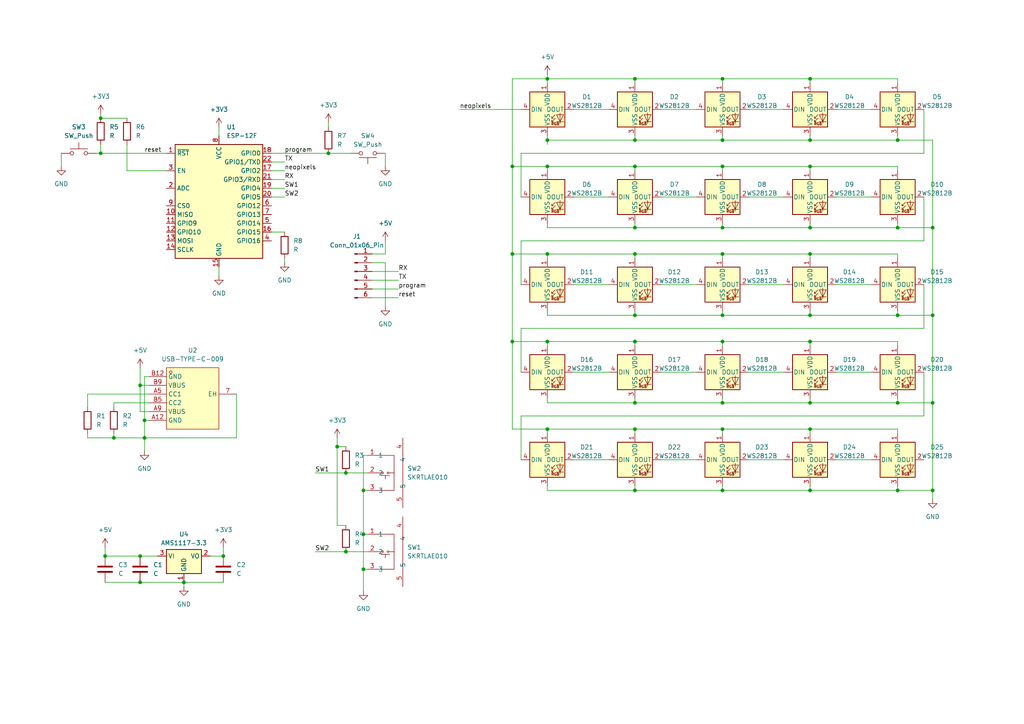
<source format=kicad_sch>
(kicad_sch (version 20230121) (generator eeschema)
  (paper "A4")
  (lib_symbols
    (symbol "Connector:Conn_01x06_Pin" (pin_names (offset 1.016) hide)
      (property "Reference" "J" (at 0 7.62 0))
      (property "Value" "Conn_01x06_Pin" (at 0 -10.16 0))
      (symbol "Conn_01x06_Pin_1_1"
        (polyline (pts (xy 1.27 -7.62) (xy 0.8636 -7.62)) (stroke (width 0.1524)))
        (polyline (pts (xy 1.27 -5.08) (xy 0.8636 -5.08)) (stroke (width 0.1524)))
        (polyline (pts (xy 1.27 -2.54) (xy 0.8636 -2.54)) (stroke (width 0.1524)))
        (polyline (pts (xy 1.27 0) (xy 0.8636 0)) (stroke (width 0.1524)))
        (polyline (pts (xy 1.27 2.54) (xy 0.8636 2.54)) (stroke (width 0.1524)))
        (polyline (pts (xy 1.27 5.08) (xy 0.8636 5.08)) (stroke (width 0.1524)))
        (rectangle (start 0.8636 -7.493) (end 0 -7.747) (stroke (width 0.1524)) (fill (type outline)))
        (rectangle (start 0.8636 -4.953) (end 0 -5.207) (stroke (width 0.1524)) (fill (type outline)))
        (rectangle (start 0.8636 -2.413) (end 0 -2.667) (stroke (width 0.1524)) (fill (type outline)))
        (rectangle (start 0.8636 0.127) (end 0 -0.127) (stroke (width 0.1524)) (fill (type outline)))
        (rectangle (start 0.8636 2.667) (end 0 2.413) (stroke (width 0.1524)) (fill (type outline)))
        (rectangle (start 0.8636 5.207) (end 0 4.953) (stroke (width 0.1524)) (fill (type outline)))
        (pin passive line (at 5.08 5.08 180) (length 3.81) (name "Pin_1") (number "1"))
        (pin passive line (at 5.08 2.54 180) (length 3.81) (name "Pin_2") (number "2"))
        (pin passive line (at 5.08 0 180) (length 3.81) (name "Pin_3") (number "3"))
        (pin passive line (at 5.08 -2.54 180) (length 3.81) (name "Pin_4") (number "4"))
        (pin passive line (at 5.08 -5.08 180) (length 3.81) (name "Pin_5") (number "5"))
        (pin passive line (at 5.08 -7.62 180) (length 3.81) (name "Pin_6") (number "6"))
      )
    )
    (symbol "Device:C" (pin_numbers hide) (pin_names (offset 0.254))
      (property "Reference" "C" (at 0.635 2.54 0))
      (property "Value" "C" (at 0.635 -2.54 0))
      (symbol "C_0_1"
        (polyline (pts (xy -2.032 -0.762) (xy 2.032 -0.762)) (stroke (width 0.508)))
        (polyline (pts (xy -2.032 0.762) (xy 2.032 0.762)) (stroke (width 0.508)))
      )
      (symbol "C_1_1"
        (pin passive line (at 0 3.81 270) (length 2.794) (name "~") (number "1"))
        (pin passive line (at 0 -3.81 90) (length 2.794) (name "~") (number "2"))
      )
    )
    (symbol "Device:R" (pin_numbers hide) (pin_names (offset 0))
      (property "Reference" "R" (at 2.032 0 90))
      (property "Value" "R" (at 0 0 90))
      (symbol "R_0_1"
        (rectangle (start -1.016 -2.54) (end 1.016 2.54) (stroke (width 0.254)))
      )
      (symbol "R_1_1"
        (pin passive line (at 0 3.81 270) (length 1.27) (name "~") (number "1"))
        (pin passive line (at 0 -3.81 90) (length 1.27) (name "~") (number "2"))
      )
    )
    (symbol "LED:WS2812B" (pin_names (offset 0.254))
      (property "Reference" "D" (at 5.08 5.715 0))
      (property "Value" "WS2812B" (at 1.27 -5.715 0))
      (symbol "WS2812B_0_0"
        (text "RGB" (at 2.286 -4.191 0) (effects (font (size 0.762 0.762))))
      )
      (symbol "WS2812B_0_1"
        (polyline (pts (xy 1.27 -3.556) (xy 1.778 -3.556)))
        (polyline (pts (xy 1.27 -2.54) (xy 1.778 -2.54)))
        (polyline (pts (xy 4.699 -3.556) (xy 2.667 -3.556)))
        (polyline (pts (xy 2.286 -2.54) (xy 1.27 -3.556) (xy 1.27 -3.048)))
        (polyline (pts (xy 2.286 -1.524) (xy 1.27 -2.54) (xy 1.27 -2.032)))
        (polyline (pts (xy 3.683 -1.016) (xy 3.683 -3.556) (xy 3.683 -4.064)))
        (polyline (pts (xy 4.699 -1.524) (xy 2.667 -1.524) (xy 3.683 -3.556) (xy 4.699 -1.524)))
        (rectangle (start 5.08 5.08) (end -5.08 -5.08) (stroke (width 0.254)) (fill (type background)))
      )
      (symbol "WS2812B_1_1"
        (pin power_in line (at 0 7.62 270) (length 2.54) (name "VDD") (number "1"))
        (pin output line (at 7.62 0 180) (length 2.54) (name "DOUT") (number "2"))
        (pin power_in line (at 0 -7.62 90) (length 2.54) (name "VSS") (number "3"))
        (pin input line (at -7.62 0 0) (length 2.54) (name "DIN") (number "4"))
      )
    )
    (symbol "RF_Module:ESP-12F"
      (property "Reference" "U" (at -12.7 19.05 0))
      (property "Value" "ESP-12F" (at 12.7 19.05 0))
      (symbol "ESP-12F_0_1"
        (rectangle (start -12.7 17.78) (end 12.7 -15.24) (stroke (width 0.254)) (fill (type background)))
      )
      (symbol "ESP-12F_1_1"
        (pin input line (at -15.24 15.24 0) (length 2.54) (name "~{RST}") (number "1"))
        (pin bidirectional line (at -15.24 -2.54 0) (length 2.54) (name "MISO") (number "10"))
        (pin bidirectional line (at -15.24 -5.08 0) (length 2.54) (name "GPIO9") (number "11"))
        (pin bidirectional line (at -15.24 -7.62 0) (length 2.54) (name "GPIO10") (number "12"))
        (pin bidirectional line (at -15.24 -10.16 0) (length 2.54) (name "MOSI") (number "13"))
        (pin bidirectional line (at -15.24 -12.7 0) (length 2.54) (name "SCLK") (number "14"))
        (pin power_in line (at 0 -17.78 90) (length 2.54) (name "GND") (number "15"))
        (pin bidirectional line (at 15.24 -7.62 180) (length 2.54) (name "GPIO15") (number "16"))
        (pin bidirectional line (at 15.24 10.16 180) (length 2.54) (name "GPIO2") (number "17"))
        (pin bidirectional line (at 15.24 15.24 180) (length 2.54) (name "GPIO0") (number "18"))
        (pin bidirectional line (at 15.24 5.08 180) (length 2.54) (name "GPIO4") (number "19"))
        (pin input line (at -15.24 5.08 0) (length 2.54) (name "ADC") (number "2"))
        (pin bidirectional line (at 15.24 2.54 180) (length 2.54) (name "GPIO5") (number "20"))
        (pin bidirectional line (at 15.24 7.62 180) (length 2.54) (name "GPIO3/RXD") (number "21"))
        (pin bidirectional line (at 15.24 12.7 180) (length 2.54) (name "GPIO1/TXD") (number "22"))
        (pin input line (at -15.24 10.16 0) (length 2.54) (name "EN") (number "3"))
        (pin bidirectional line (at 15.24 -10.16 180) (length 2.54) (name "GPIO16") (number "4"))
        (pin bidirectional line (at 15.24 -5.08 180) (length 2.54) (name "GPIO14") (number "5"))
        (pin bidirectional line (at 15.24 0 180) (length 2.54) (name "GPIO12") (number "6"))
        (pin bidirectional line (at 15.24 -2.54 180) (length 2.54) (name "GPIO13") (number "7"))
        (pin power_in line (at 0 20.32 270) (length 2.54) (name "VCC") (number "8"))
        (pin input line (at -15.24 0 0) (length 2.54) (name "CS0") (number "9"))
      )
    )
    (symbol "Regulator_Linear:AMS1117-3.3"
      (property "Reference" "U" (at -3.81 3.175 0))
      (property "Value" "AMS1117-3.3" (at 0 3.175 0))
      (symbol "AMS1117-3.3_0_1"
        (rectangle (start -5.08 -5.08) (end 5.08 1.905) (stroke (width 0.254)) (fill (type background)))
      )
      (symbol "AMS1117-3.3_1_1"
        (pin power_in line (at 0 -7.62 90) (length 2.54) (name "GND") (number "1"))
        (pin power_out line (at 7.62 0 180) (length 2.54) (name "VO") (number "2"))
        (pin power_in line (at -7.62 0 0) (length 2.54) (name "VI") (number "3"))
      )
    )
    (symbol "Switch:SW_Push" (pin_numbers hide) (pin_names (offset 1.016) hide)
      (property "Reference" "SW" (at 1.27 2.54 0))
      (property "Value" "SW_Push" (at 0 -1.524 0))
      (symbol "SW_Push_0_1"
        (circle (center -2.032 0) (radius 0.508))
        (polyline (pts (xy 0 1.27) (xy 0 3.048)))
        (polyline (pts (xy 2.54 1.27) (xy -2.54 1.27)))
        (circle (center 2.032 0) (radius 0.508))
        (pin passive line (at -5.08 0 0) (length 2.54) (name "1") (number "1"))
        (pin passive line (at 5.08 0 180) (length 2.54) (name "2") (number "2"))
      )
    )
    (symbol "nightlight:SKRTLAE010"
      (property "Reference" "SW" (at 0 11.43 0))
      (property "Value" "SKRTLAE010" (at 0 -8.89 0))
      (symbol "SKRTLAE010_0_1"
        (polyline (pts (xy -5.08 6.35) (xy 5.08 6.35)))
        (polyline (pts (xy 0 0.25) (xy 0 -1.27)))
        (polyline (pts (xy 0 2.29) (xy 0 3.81)))
        (polyline (pts (xy 0.76 1.27) (xy 1.78 1.27)))
        (polyline (pts (xy 0.76 2.54) (xy 0.76 0)))
        (polyline (pts (xy -5.08 -1.27) (xy -5.08 3.81) (xy 5.08 3.81) (xy 5.08 -1.27)))
        (circle (center 0 0.51) (radius 0.25))
        (circle (center 0 2.03) (radius 0.25))
        (pin input line (at -5.08 -3.81 90) (length 2.54) (name "1") (number "1"))
        (pin input line (at 0 -3.81 90) (length 2.54) (name "2") (number "2"))
        (pin input line (at 5.08 -3.81 90) (length 2.54) (name "3") (number "3"))
        (pin unspecified line (at -10.16 6.35 0) (length 5.08) (name "4") (number "4"))
        (pin unspecified line (at 10.16 6.35 180) (length 5.08) (name "5") (number "5"))
      )
    )
    (symbol "nightlight:USB-TYPE-C-009"
      (property "Reference" "U" (at 0 12.7 0))
      (property "Value" "USB-TYPE-C-009" (at 0 -10.16 0))
      (symbol "USB-TYPE-C-009_0_1"
        (rectangle (start -7.62 10.16) (end 7.62 -7.62) (fill (type background)))
        (circle (center -6.35 8.89) (radius 0.38))
        (pin unspecified line (at 12.7 2.54 180) (length 5.08) (name "EH") (number "7"))
        (pin unspecified line (at -12.7 -5.08 0) (length 5.08) (name "GND") (number "A12"))
        (pin unspecified line (at -12.7 2.54 0) (length 5.08) (name "CC1") (number "A5"))
        (pin unspecified line (at -12.7 -2.54 0) (length 5.08) (name "VBUS") (number "A9"))
        (pin unspecified line (at -12.7 7.62 0) (length 5.08) (name "GND") (number "B12"))
        (pin unspecified line (at -12.7 0 0) (length 5.08) (name "CC2") (number "B5"))
        (pin unspecified line (at -12.7 5.08 0) (length 5.08) (name "VBUS") (number "B9"))
      )
    )
    (symbol "power:+3V3" (power) (pin_names (offset 0))
      (property "Value" "+3V3" (at 0 3.556 0))
      (symbol "+3V3_0_1"
        (polyline (pts (xy -0.762 1.27) (xy 0 2.54)))
        (polyline (pts (xy 0 0) (xy 0 2.54)))
        (polyline (pts (xy 0 2.54) (xy 0.762 1.27)))
      )
      (symbol "+3V3_1_1"
        (pin power_in line (at 0 0 90) (length 0) hide (name "+3V3") (number "1"))
      )
    )
    (symbol "power:+5V" (power) (pin_names (offset 0))
      (property "Value" "+5V" (at 0 3.556 0))
      (symbol "+5V_0_1"
        (polyline (pts (xy -0.762 1.27) (xy 0 2.54)))
        (polyline (pts (xy 0 0) (xy 0 2.54)))
        (polyline (pts (xy 0 2.54) (xy 0.762 1.27)))
      )
      (symbol "+5V_1_1"
        (pin power_in line (at 0 0 90) (length 0) hide (name "+5V") (number "1"))
      )
    )
    (symbol "power:GND" (power) (pin_names (offset 0))
      (property "Value" "GND" (at 0 -3.81 0))
      (symbol "GND_0_1"
        (polyline (pts (xy 0 0) (xy 0 -1.27) (xy 1.27 -1.27) (xy 0 -2.54) (xy -1.27 -1.27) (xy 0 -1.27)))
      )
      (symbol "GND_1_1"
        (pin power_in line (at 0 0 270) (length 0) hide (name "GND") (number "1"))
      )
    )
  )
  (junction (at 209.55 124.46))
  (junction (at 209.55 99.06))
  (junction (at 148.59 73.66))
  (junction (at 184.15 22.86))
  (junction (at 100.33 160.02))
  (junction (at 234.95 91.44))
  (junction (at 234.95 99.06))
  (junction (at 234.95 124.46))
  (junction (at 30.48 161.29))
  (junction (at 209.55 73.66))
  (junction (at 234.95 22.86))
  (junction (at 40.64 168.91))
  (junction (at 270.51 142.24))
  (junction (at 29.21 34.29))
  (junction (at 148.59 99.06))
  (junction (at 33.02 127))
  (junction (at 234.95 73.66))
  (junction (at 41.91 121.92))
  (junction (at 209.55 91.44))
  (junction (at 184.15 91.44))
  (junction (at 158.75 124.46))
  (junction (at 184.15 99.06))
  (junction (at 29.21 44.45))
  (junction (at 158.75 22.86))
  (junction (at 184.15 40.64))
  (junction (at 184.15 48.26))
  (junction (at 40.64 111.76))
  (junction (at 209.55 40.64))
  (junction (at 234.95 40.64))
  (junction (at 209.55 48.26))
  (junction (at 100.33 137.16))
  (junction (at 158.75 48.26))
  (junction (at 105.41 154.94))
  (junction (at 270.51 116.84))
  (junction (at 209.55 22.86))
  (junction (at 97.79 129.54))
  (junction (at 234.95 66.04))
  (junction (at 260.35 40.64))
  (junction (at 53.34 168.91))
  (junction (at 260.35 116.84))
  (junction (at 184.15 124.46))
  (junction (at 260.35 91.44))
  (junction (at 270.51 66.04))
  (junction (at 184.15 73.66))
  (junction (at 40.64 161.29))
  (junction (at 209.55 116.84))
  (junction (at 158.75 73.66))
  (junction (at 64.77 161.29))
  (junction (at 270.51 91.44))
  (junction (at 260.35 66.04))
  (junction (at 148.59 48.26))
  (junction (at 184.15 66.04))
  (junction (at 234.95 116.84))
  (junction (at 234.95 48.26))
  (junction (at 209.55 66.04))
  (junction (at 158.75 40.64))
  (junction (at 95.25 44.45))
  (junction (at 260.35 142.24))
  (junction (at 105.41 142.24))
  (junction (at 105.41 165.1))
  (junction (at 184.15 142.24))
  (junction (at 234.95 142.24))
  (junction (at 41.91 127))
  (junction (at 209.55 142.24))
  (junction (at 158.75 99.06))
  (junction (at 184.15 116.84))
  (wire (pts (xy 270.51 66.04) (xy 270.51 91.44)))
  (wire (pts (xy 184.15 100.33) (xy 184.15 99.06)))
  (wire (pts (xy 148.59 73.66) (xy 148.59 99.06)))
  (wire (pts (xy 191.77 31.75) (xy 201.93 31.75)))
  (wire (pts (xy 209.55 142.24) (xy 184.15 142.24)))
  (wire (pts (xy 41.91 127) (xy 41.91 130.81)))
  (wire (pts (xy 209.55 66.04) (xy 184.15 66.04)))
  (wire (pts (xy 111.76 73.66) (xy 107.95 73.66)))
  (wire (pts (xy 209.55 73.66) (xy 234.95 73.66)))
  (wire (pts (xy 158.75 39.37) (xy 158.75 40.64)))
  (wire (pts (xy 191.77 107.95) (xy 201.93 107.95)))
  (wire (pts (xy 260.35 40.64) (xy 260.35 39.37)))
  (wire (pts (xy 209.55 99.06) (xy 234.95 99.06)))
  (wire (pts (xy 209.55 116.84) (xy 234.95 116.84)))
  (wire (pts (xy 29.21 41.91) (xy 29.21 44.45)))
  (wire (pts (xy 64.77 158.75) (xy 64.77 161.29)))
  (wire (pts (xy 234.95 24.13) (xy 234.95 22.86)))
  (wire (pts (xy 158.75 22.86) (xy 158.75 24.13)))
  (wire (pts (xy 234.95 99.06) (xy 260.35 99.06)))
  (wire (pts (xy 267.97 57.15) (xy 267.97 69.85)))
  (wire (pts (xy 151.13 44.45) (xy 151.13 57.15)))
  (wire (pts (xy 166.37 107.95) (xy 176.53 107.95)))
  (wire (pts (xy 40.64 119.38) (xy 40.64 111.76)))
  (wire (pts (xy 53.34 168.91) (xy 64.77 168.91)))
  (wire (pts (xy 234.95 100.33) (xy 234.95 99.06)))
  (wire (pts (xy 158.75 91.44) (xy 184.15 91.44)))
  (wire (pts (xy 158.75 99.06) (xy 184.15 99.06)))
  (wire (pts (xy 158.75 21.59) (xy 158.75 22.86)))
  (wire (pts (xy 267.97 69.85) (xy 151.13 69.85)))
  (wire (pts (xy 68.58 127) (xy 41.91 127)))
  (wire (pts (xy 25.4 125.73) (xy 25.4 127)))
  (wire (pts (xy 217.17 107.95) (xy 227.33 107.95)))
  (wire (pts (xy 184.15 49.53) (xy 184.15 48.26)))
  (wire (pts (xy 242.57 57.15) (xy 252.73 57.15)))
  (wire (pts (xy 166.37 31.75) (xy 176.53 31.75)))
  (wire (pts (xy 43.18 119.38) (xy 40.64 119.38)))
  (wire (pts (xy 60.96 161.29) (xy 64.77 161.29)))
  (wire (pts (xy 209.55 115.57) (xy 209.55 116.84)))
  (wire (pts (xy 36.83 49.53) (xy 36.83 41.91)))
  (wire (pts (xy 91.44 137.16) (xy 100.33 137.16)))
  (wire (pts (xy 260.35 24.13) (xy 260.35 22.86)))
  (wire (pts (xy 217.17 82.55) (xy 227.33 82.55)))
  (wire (pts (xy 158.75 40.64) (xy 158.75 41.91)))
  (wire (pts (xy 184.15 91.44) (xy 184.15 90.17)))
  (wire (pts (xy 40.64 161.29) (xy 45.72 161.29)))
  (wire (pts (xy 29.21 44.45) (xy 48.26 44.45)))
  (wire (pts (xy 158.75 142.24) (xy 184.15 142.24)))
  (wire (pts (xy 40.64 161.29) (xy 30.48 161.29)))
  (wire (pts (xy 97.79 129.54) (xy 100.33 129.54)))
  (wire (pts (xy 184.15 124.46) (xy 209.55 124.46)))
  (wire (pts (xy 40.64 168.91) (xy 53.34 168.91)))
  (wire (pts (xy 209.55 64.77) (xy 209.55 66.04)))
  (wire (pts (xy 100.33 152.4) (xy 97.79 152.4)))
  (wire (pts (xy 68.58 114.3) (xy 68.58 127)))
  (wire (pts (xy 191.77 133.35) (xy 201.93 133.35)))
  (wire (pts (xy 48.26 49.53) (xy 36.83 49.53)))
  (wire (pts (xy 234.95 116.84) (xy 260.35 116.84)))
  (wire (pts (xy 209.55 100.33) (xy 209.55 99.06)))
  (wire (pts (xy 270.51 116.84) (xy 270.51 142.24)))
  (wire (pts (xy 158.75 116.84) (xy 184.15 116.84)))
  (wire (pts (xy 105.41 165.1) (xy 105.41 171.45)))
  (wire (pts (xy 33.02 127) (xy 41.91 127)))
  (wire (pts (xy 260.35 40.64) (xy 270.51 40.64)))
  (wire (pts (xy 78.74 49.53) (xy 82.55 49.53)))
  (wire (pts (xy 184.15 40.64) (xy 184.15 39.37)))
  (wire (pts (xy 166.37 133.35) (xy 176.53 133.35)))
  (wire (pts (xy 158.75 74.93) (xy 158.75 73.66)))
  (wire (pts (xy 184.15 24.13) (xy 184.15 22.86)))
  (wire (pts (xy 242.57 107.95) (xy 252.73 107.95)))
  (wire (pts (xy 158.75 40.64) (xy 184.15 40.64)))
  (wire (pts (xy 43.18 116.84) (xy 33.02 116.84)))
  (wire (pts (xy 107.95 83.82) (xy 115.57 83.82)))
  (wire (pts (xy 63.5 77.47) (xy 63.5 80.01)))
  (wire (pts (xy 111.76 88.9) (xy 111.76 76.2)))
  (wire (pts (xy 209.55 49.53) (xy 209.55 48.26)))
  (wire (pts (xy 209.55 40.64) (xy 184.15 40.64)))
  (wire (pts (xy 267.97 120.65) (xy 151.13 120.65)))
  (wire (pts (xy 234.95 66.04) (xy 260.35 66.04)))
  (wire (pts (xy 158.75 140.97) (xy 158.75 142.24)))
  (wire (pts (xy 270.51 142.24) (xy 270.51 144.78)))
  (wire (pts (xy 270.51 116.84) (xy 260.35 116.84)))
  (wire (pts (xy 78.74 67.31) (xy 82.55 67.31)))
  (wire (pts (xy 105.41 132.08) (xy 105.41 142.24)))
  (wire (pts (xy 260.35 125.73) (xy 260.35 124.46)))
  (wire (pts (xy 209.55 22.86) (xy 234.95 22.86)))
  (wire (pts (xy 267.97 82.55) (xy 267.97 95.25)))
  (wire (pts (xy 209.55 48.26) (xy 234.95 48.26)))
  (wire (pts (xy 111.76 69.85) (xy 111.76 73.66)))
  (wire (pts (xy 43.18 109.22) (xy 41.91 109.22)))
  (wire (pts (xy 267.97 107.95) (xy 267.97 120.65)))
  (wire (pts (xy 209.55 142.24) (xy 234.95 142.24)))
  (wire (pts (xy 158.75 64.77) (xy 158.75 66.04)))
  (wire (pts (xy 184.15 22.86) (xy 209.55 22.86)))
  (wire (pts (xy 151.13 69.85) (xy 151.13 82.55)))
  (wire (pts (xy 105.41 165.1) (xy 106.68 165.1)))
  (wire (pts (xy 217.17 133.35) (xy 227.33 133.35)))
  (wire (pts (xy 97.79 127) (xy 97.79 129.54)))
  (wire (pts (xy 148.59 73.66) (xy 158.75 73.66)))
  (wire (pts (xy 158.75 48.26) (xy 148.59 48.26)))
  (wire (pts (xy 234.95 125.73) (xy 234.95 124.46)))
  (wire (pts (xy 260.35 100.33) (xy 260.35 99.06)))
  (wire (pts (xy 111.76 76.2) (xy 107.95 76.2)))
  (wire (pts (xy 209.55 90.17) (xy 209.55 91.44)))
  (wire (pts (xy 158.75 48.26) (xy 184.15 48.26)))
  (wire (pts (xy 234.95 48.26) (xy 260.35 48.26)))
  (wire (pts (xy 148.59 99.06) (xy 148.59 124.46)))
  (wire (pts (xy 234.95 91.44) (xy 260.35 91.44)))
  (wire (pts (xy 158.75 125.73) (xy 158.75 124.46)))
  (wire (pts (xy 234.95 115.57) (xy 234.95 116.84)))
  (wire (pts (xy 217.17 31.75) (xy 227.33 31.75)))
  (wire (pts (xy 184.15 142.24) (xy 184.15 140.97)))
  (wire (pts (xy 78.74 57.15) (xy 82.55 57.15)))
  (wire (pts (xy 234.95 124.46) (xy 260.35 124.46)))
  (wire (pts (xy 107.95 81.28) (xy 115.57 81.28)))
  (wire (pts (xy 184.15 74.93) (xy 184.15 73.66)))
  (wire (pts (xy 27.94 44.45) (xy 29.21 44.45)))
  (wire (pts (xy 106.68 132.08) (xy 105.41 132.08)))
  (wire (pts (xy 234.95 74.93) (xy 234.95 73.66)))
  (wire (pts (xy 43.18 111.76) (xy 40.64 111.76)))
  (wire (pts (xy 234.95 39.37) (xy 234.95 40.64)))
  (wire (pts (xy 29.21 33.02) (xy 29.21 34.29)))
  (wire (pts (xy 107.95 86.36) (xy 115.57 86.36)))
  (wire (pts (xy 41.91 109.22) (xy 41.91 121.92)))
  (wire (pts (xy 53.34 168.91) (xy 53.34 170.18)))
  (wire (pts (xy 260.35 115.57) (xy 260.35 116.84)))
  (wire (pts (xy 148.59 48.26) (xy 148.59 22.86)))
  (wire (pts (xy 151.13 120.65) (xy 151.13 133.35)))
  (wire (pts (xy 78.74 52.07) (xy 82.55 52.07)))
  (wire (pts (xy 234.95 142.24) (xy 260.35 142.24)))
  (wire (pts (xy 209.55 24.13) (xy 209.55 22.86)))
  (wire (pts (xy 270.51 91.44) (xy 260.35 91.44)))
  (wire (pts (xy 184.15 99.06) (xy 209.55 99.06)))
  (wire (pts (xy 95.25 44.45) (xy 101.6 44.45)))
  (wire (pts (xy 91.44 160.02) (xy 100.33 160.02)))
  (wire (pts (xy 25.4 114.3) (xy 25.4 118.11)))
  (wire (pts (xy 158.75 22.86) (xy 184.15 22.86)))
  (wire (pts (xy 209.55 124.46) (xy 234.95 124.46)))
  (wire (pts (xy 30.48 168.91) (xy 40.64 168.91)))
  (wire (pts (xy 242.57 133.35) (xy 252.73 133.35)))
  (wire (pts (xy 105.41 154.94) (xy 106.68 154.94)))
  (wire (pts (xy 191.77 57.15) (xy 201.93 57.15)))
  (wire (pts (xy 148.59 99.06) (xy 158.75 99.06)))
  (wire (pts (xy 41.91 121.92) (xy 41.91 127)))
  (wire (pts (xy 270.51 91.44) (xy 270.51 116.84)))
  (wire (pts (xy 209.55 140.97) (xy 209.55 142.24)))
  (wire (pts (xy 148.59 124.46) (xy 158.75 124.46)))
  (wire (pts (xy 267.97 95.25) (xy 151.13 95.25)))
  (wire (pts (xy 242.57 82.55) (xy 252.73 82.55)))
  (wire (pts (xy 33.02 127) (xy 33.02 125.73)))
  (wire (pts (xy 184.15 66.04) (xy 184.15 64.77)))
  (wire (pts (xy 107.95 78.74) (xy 115.57 78.74)))
  (wire (pts (xy 100.33 137.16) (xy 106.68 137.16)))
  (wire (pts (xy 25.4 127) (xy 33.02 127)))
  (wire (pts (xy 148.59 48.26) (xy 148.59 73.66)))
  (wire (pts (xy 267.97 44.45) (xy 151.13 44.45)))
  (wire (pts (xy 184.15 125.73) (xy 184.15 124.46)))
  (wire (pts (xy 234.95 64.77) (xy 234.95 66.04)))
  (wire (pts (xy 41.91 121.92) (xy 43.18 121.92)))
  (wire (pts (xy 78.74 54.61) (xy 82.55 54.61)))
  (wire (pts (xy 209.55 39.37) (xy 209.55 40.64)))
  (wire (pts (xy 270.51 40.64) (xy 270.51 66.04)))
  (wire (pts (xy 217.17 57.15) (xy 227.33 57.15)))
  (wire (pts (xy 260.35 140.97) (xy 260.35 142.24)))
  (wire (pts (xy 40.64 111.76) (xy 40.64 106.68)))
  (wire (pts (xy 267.97 31.75) (xy 267.97 44.45)))
  (wire (pts (xy 209.55 125.73) (xy 209.55 124.46)))
  (wire (pts (xy 105.41 142.24) (xy 105.41 154.94)))
  (wire (pts (xy 33.02 116.84) (xy 33.02 118.11)))
  (wire (pts (xy 260.35 90.17) (xy 260.35 91.44)))
  (wire (pts (xy 158.75 49.53) (xy 158.75 48.26)))
  (wire (pts (xy 29.21 34.29) (xy 36.83 34.29)))
  (wire (pts (xy 105.41 142.24) (xy 106.68 142.24)))
  (wire (pts (xy 97.79 152.4) (xy 97.79 129.54)))
  (wire (pts (xy 260.35 64.77) (xy 260.35 66.04)))
  (wire (pts (xy 158.75 100.33) (xy 158.75 99.06)))
  (wire (pts (xy 166.37 57.15) (xy 176.53 57.15)))
  (wire (pts (xy 82.55 74.93) (xy 82.55 76.2)))
  (wire (pts (xy 17.78 44.45) (xy 17.78 48.26)))
  (wire (pts (xy 133.35 31.75) (xy 151.13 31.75)))
  (wire (pts (xy 270.51 66.04) (xy 260.35 66.04)))
  (wire (pts (xy 234.95 90.17) (xy 234.95 91.44)))
  (wire (pts (xy 158.75 115.57) (xy 158.75 116.84)))
  (wire (pts (xy 184.15 116.84) (xy 184.15 115.57)))
  (wire (pts (xy 78.74 46.99) (xy 82.55 46.99)))
  (wire (pts (xy 151.13 95.25) (xy 151.13 107.95)))
  (wire (pts (xy 78.74 44.45) (xy 95.25 44.45)))
  (wire (pts (xy 270.51 142.24) (xy 260.35 142.24)))
  (wire (pts (xy 234.95 73.66) (xy 260.35 73.66)))
  (wire (pts (xy 148.59 22.86) (xy 158.75 22.86)))
  (wire (pts (xy 184.15 48.26) (xy 209.55 48.26)))
  (wire (pts (xy 234.95 40.64) (xy 260.35 40.64)))
  (wire (pts (xy 184.15 73.66) (xy 209.55 73.66)))
  (wire (pts (xy 209.55 91.44) (xy 234.95 91.44)))
  (wire (pts (xy 209.55 74.93) (xy 209.55 73.66)))
  (wire (pts (xy 209.55 66.04) (xy 234.95 66.04)))
  (wire (pts (xy 111.76 44.45) (xy 111.76 48.26)))
  (wire (pts (xy 234.95 49.53) (xy 234.95 48.26)))
  (wire (pts (xy 260.35 74.93) (xy 260.35 73.66)))
  (wire (pts (xy 209.55 40.64) (xy 234.95 40.64)))
  (wire (pts (xy 260.35 49.53) (xy 260.35 48.26)))
  (wire (pts (xy 95.25 35.56) (xy 95.25 36.83)))
  (wire (pts (xy 209.55 91.44) (xy 184.15 91.44)))
  (wire (pts (xy 105.41 154.94) (xy 105.41 165.1)))
  (wire (pts (xy 158.75 124.46) (xy 184.15 124.46)))
  (wire (pts (xy 63.5 36.83) (xy 63.5 39.37)))
  (wire (pts (xy 260.35 22.86) (xy 234.95 22.86)))
  (wire (pts (xy 158.75 66.04) (xy 184.15 66.04)))
  (wire (pts (xy 191.77 82.55) (xy 201.93 82.55)))
  (wire (pts (xy 100.33 160.02) (xy 106.68 160.02)))
  (wire (pts (xy 158.75 73.66) (xy 184.15 73.66)))
  (wire (pts (xy 43.18 114.3) (xy 25.4 114.3)))
  (wire (pts (xy 166.37 82.55) (xy 176.53 82.55)))
  (wire (pts (xy 158.75 90.17) (xy 158.75 91.44)))
  (wire (pts (xy 234.95 140.97) (xy 234.95 142.24)))
  (wire (pts (xy 242.57 31.75) (xy 252.73 31.75)))
  (wire (pts (xy 209.55 116.84) (xy 184.15 116.84)))
  (wire (pts (xy 30.48 161.29) (xy 30.48 158.75)))
  (label "SW1" (at 91.44 137.16 0))
  (label "neopixels" (at 133.35 31.75 0))
  (label "RX" (at 115.57 78.74 0))
  (label "RX" (at 82.55 52.07 0))
  (label "TX" (at 82.55 46.99 0))
  (label "TX" (at 115.57 81.28 0))
  (label "program" (at 82.55 44.45 0))
  (label "SW1" (at 82.55 54.61 0))
  (label "neopixels" (at 82.55 49.53 0))
  (label "SW2" (at 82.55 57.15 0))
  (label "program" (at 115.57 83.82 0))
  (label "reset" (at 115.57 86.36 0))
  (label "reset" (at 41.91 44.45 0))
  (label "SW2" (at 91.44 160.02 0))
  (symbol (lib_id "Device:C") (at 64.77 165.1 0) (unit 1)
    (property "Reference" "C2" (at 68.58 163.83 0) (effects (justify left)))
    (property "Value" "C" (at 68.58 166.37 0) (effects (justify left)))
    (property "Footprint" "Capacitor_SMD:C_0402_1005Metric" (effects hide))
  )
  (symbol (lib_id "LED:WS2812B") (at 209.55 133.35 0) (unit 1)
    (property "Reference" "D23" (at 220.98 129.7021 0))
    (property "Value" "WS2812B" (at 220.98 132.2421 0))
    (property "Footprint" "LED_SMD:LED_WS2812B_PLCC4_5.0x5.0mm_P3.2mm" (effects hide))
    (property "Datasheet" "https://cdn-shop.adafruit.com/datasheets/WS2812B.pdf" (effects hide))
  )
  (symbol (lib_id "LED:WS2812B") (at 209.55 82.55 0) (unit 1)
    (property "Reference" "D13" (at 220.98 78.9021 0))
    (property "Value" "WS2812B" (at 220.98 81.4421 0))
    (property "Footprint" "LED_SMD:LED_WS2812B_PLCC4_5.0x5.0mm_P3.2mm" (effects hide))
    (property "Datasheet" "https://cdn-shop.adafruit.com/datasheets/WS2812B.pdf" (effects hide))
  )
  (symbol (lib_id "LED:WS2812B") (at 234.95 82.55 0) (unit 1)
    (property "Reference" "D14" (at 246.38 78.9021 0))
    (property "Value" "WS2812B" (at 246.38 81.4421 0))
    (property "Footprint" "LED_SMD:LED_WS2812B_PLCC4_5.0x5.0mm_P3.2mm" (effects hide))
    (property "Datasheet" "https://cdn-shop.adafruit.com/datasheets/WS2812B.pdf" (effects hide))
  )
  (symbol (lib_id "power:+5V") (at 111.76 69.85 0) (unit 1)
    (property "Reference" "#PWR017" (effects hide))
    (property "Value" "+5V" (at 111.76 64.77 0))
  )
  (symbol (lib_id "LED:WS2812B") (at 184.15 82.55 0) (unit 1)
    (property "Reference" "D12" (at 195.58 78.9021 0))
    (property "Value" "WS2812B" (at 195.58 81.4421 0))
    (property "Footprint" "LED_SMD:LED_WS2812B_PLCC4_5.0x5.0mm_P3.2mm" (effects hide))
    (property "Datasheet" "https://cdn-shop.adafruit.com/datasheets/WS2812B.pdf" (effects hide))
  )
  (symbol (lib_id "LED:WS2812B") (at 184.15 107.95 0) (unit 1)
    (property "Reference" "D17" (at 195.58 104.3021 0))
    (property "Value" "WS2812B" (at 195.58 106.8421 0))
    (property "Footprint" "LED_SMD:LED_WS2812B_PLCC4_5.0x5.0mm_P3.2mm" (effects hide))
    (property "Datasheet" "https://cdn-shop.adafruit.com/datasheets/WS2812B.pdf" (effects hide))
  )
  (symbol (lib_id "LED:WS2812B") (at 260.35 31.75 0) (unit 1)
    (property "Reference" "D5" (at 271.78 28.1021 0))
    (property "Value" "WS2812B" (at 271.78 30.6421 0))
    (property "Footprint" "LED_SMD:LED_WS2812B_PLCC4_5.0x5.0mm_P3.2mm" (effects hide))
    (property "Datasheet" "https://cdn-shop.adafruit.com/datasheets/WS2812B.pdf" (effects hide))
  )
  (symbol (lib_id "Device:R") (at 25.4 121.92 180) (unit 1)
    (property "Reference" "R1" (at 27.94 120.65 0) (effects (justify right)))
    (property "Value" "R" (at 27.94 123.19 0) (effects (justify right)))
    (property "Footprint" "Resistor_SMD:R_0603_1608Metric" (effects hide))
  )
  (symbol (lib_id "nightlight:USB-TYPE-C-009") (at 55.88 116.84 0) (unit 1)
    (property "Reference" "U2" (at 55.88 101.6 0))
    (property "Value" "USB-TYPE-C-009" (at 55.88 104.14 0))
    (property "Footprint" "nightlight:TYPE-C-SMD_TYPE-C-6P" (effects hide))
    (property "LCSC Part" "C2927029" (effects hide))
  )
  (symbol (lib_id "power:+3V3") (at 95.25 35.56 0) (unit 1)
    (property "Reference" "#PWR014" (effects hide))
    (property "Value" "+3V3" (at 95.25 30.48 0))
  )
  (symbol (lib_id "LED:WS2812B") (at 260.35 82.55 0) (unit 1)
    (property "Reference" "D15" (at 271.78 78.9021 0))
    (property "Value" "WS2812B" (at 271.78 81.4421 0))
    (property "Footprint" "LED_SMD:LED_WS2812B_PLCC4_5.0x5.0mm_P3.2mm" (effects hide))
    (property "Datasheet" "https://cdn-shop.adafruit.com/datasheets/WS2812B.pdf" (effects hide))
  )
  (symbol (lib_id "LED:WS2812B") (at 234.95 133.35 0) (unit 1)
    (property "Reference" "D24" (at 246.38 129.7021 0))
    (property "Value" "WS2812B" (at 246.38 132.2421 0))
    (property "Footprint" "LED_SMD:LED_WS2812B_PLCC4_5.0x5.0mm_P3.2mm" (effects hide))
    (property "Datasheet" "https://cdn-shop.adafruit.com/datasheets/WS2812B.pdf" (effects hide))
  )
  (symbol (lib_id "Device:R") (at 29.21 38.1 180) (unit 1)
    (property "Reference" "R5" (at 31.75 36.83 0) (effects (justify right)))
    (property "Value" "R" (at 31.75 39.37 0) (effects (justify right)))
    (property "Footprint" "Resistor_SMD:R_0603_1608Metric" (effects hide))
  )
  (symbol (lib_id "Device:C") (at 30.48 165.1 0) (unit 1)
    (property "Reference" "C3" (at 34.29 163.83 0) (effects (justify left)))
    (property "Value" "C" (at 34.29 166.37 0) (effects (justify left)))
    (property "Footprint" "Capacitor_SMD:C_0805_2012Metric" (effects hide))
  )
  (symbol (lib_id "LED:WS2812B") (at 184.15 31.75 0) (unit 1)
    (property "Reference" "D2" (at 195.58 28.1021 0))
    (property "Value" "WS2812B" (at 195.58 30.6421 0))
    (property "Footprint" "LED_SMD:LED_WS2812B_PLCC4_5.0x5.0mm_P3.2mm" (effects hide))
    (property "Datasheet" "https://cdn-shop.adafruit.com/datasheets/WS2812B.pdf" (effects hide))
  )
  (symbol (lib_id "LED:WS2812B") (at 234.95 107.95 0) (unit 1)
    (property "Reference" "D19" (at 246.38 104.3021 0))
    (property "Value" "WS2812B" (at 246.38 106.8421 0))
    (property "Footprint" "LED_SMD:LED_WS2812B_PLCC4_5.0x5.0mm_P3.2mm" (effects hide))
    (property "Datasheet" "https://cdn-shop.adafruit.com/datasheets/WS2812B.pdf" (effects hide))
  )
  (symbol (lib_id "Switch:SW_Push") (at 22.86 44.45 0) (unit 1)
    (property "Reference" "SW3" (at 22.86 36.83 0))
    (property "Value" "SW_Push" (at 22.86 39.37 0))
    (property "Footprint" "nightlight:SW-SMD_L3.9-W3.0-P4.45" (effects hide))
  )
  (symbol (lib_id "power:+5V") (at 30.48 158.75 0) (unit 1)
    (property "Reference" "#PWR01" (effects hide))
    (property "Value" "+5V" (at 30.48 153.67 0))
  )
  (symbol (lib_id "power:GND") (at 53.34 170.18 0) (unit 1)
    (property "Reference" "#PWR010" (effects hide))
    (property "Value" "GND" (at 53.34 175.26 0))
  )
  (symbol (lib_id "Connector:Conn_01x06_Pin") (at 102.87 78.74 0) (unit 1)
    (property "Reference" "J1" (at 103.505 68.58 0))
    (property "Value" "Conn_01x06_Pin" (at 103.505 71.12 0))
    (property "Footprint" "Connector_PinHeader_2.54mm:PinHeader_1x06_P2.54mm_Horizontal" (effects hide))
  )
  (symbol (lib_id "power:GND") (at 17.78 48.26 0) (unit 1)
    (property "Reference" "#PWR012" (effects hide))
    (property "Value" "GND" (at 17.78 53.34 0))
  )
  (symbol (lib_id "power:+5V") (at 40.64 106.68 0) (unit 1)
    (property "Reference" "#PWR07" (effects hide))
    (property "Value" "+5V" (at 40.64 101.6 0))
  )
  (symbol (lib_id "Device:R") (at 100.33 156.21 180) (unit 1)
    (property "Reference" "R4" (at 102.87 154.94 0) (effects (justify right)))
    (property "Value" "R" (at 102.87 157.48 0) (effects (justify right)))
    (property "Footprint" "Resistor_SMD:R_0603_1608Metric" (effects hide))
  )
  (symbol (lib_id "LED:WS2812B") (at 234.95 57.15 0) (unit 1)
    (property "Reference" "D9" (at 246.38 53.5021 0))
    (property "Value" "WS2812B" (at 246.38 56.0421 0))
    (property "Footprint" "LED_SMD:LED_WS2812B_PLCC4_5.0x5.0mm_P3.2mm" (effects hide))
    (property "Datasheet" "https://cdn-shop.adafruit.com/datasheets/WS2812B.pdf" (effects hide))
  )
  (symbol (lib_id "LED:WS2812B") (at 260.35 57.15 0) (unit 1)
    (property "Reference" "D10" (at 271.78 53.5021 0))
    (property "Value" "WS2812B" (at 271.78 56.0421 0))
    (property "Footprint" "LED_SMD:LED_WS2812B_PLCC4_5.0x5.0mm_P3.2mm" (effects hide))
    (property "Datasheet" "https://cdn-shop.adafruit.com/datasheets/WS2812B.pdf" (effects hide))
  )
  (symbol (lib_id "Device:R") (at 95.25 40.64 180) (unit 1)
    (property "Reference" "R7" (at 97.79 39.37 0) (effects (justify right)))
    (property "Value" "R" (at 97.79 41.91 0) (effects (justify right)))
    (property "Footprint" "Resistor_SMD:R_0603_1608Metric" (effects hide))
  )
  (symbol (lib_id "power:+3V3") (at 29.21 33.02 0) (unit 1)
    (property "Reference" "#PWR013" (effects hide))
    (property "Value" "+3V3" (at 29.21 27.94 0))
  )
  (symbol (lib_id "power:GND") (at 270.51 144.78 0) (unit 1)
    (property "Reference" "#PWR06" (effects hide))
    (property "Value" "GND" (at 270.51 149.86 0))
  )
  (symbol (lib_id "LED:WS2812B") (at 158.75 82.55 0) (unit 1)
    (property "Reference" "D11" (at 170.18 78.9021 0))
    (property "Value" "WS2812B" (at 170.18 81.4421 0))
    (property "Footprint" "LED_SMD:LED_WS2812B_PLCC4_5.0x5.0mm_P3.2mm" (effects hide))
    (property "Datasheet" "https://cdn-shop.adafruit.com/datasheets/WS2812B.pdf" (effects hide))
  )
  (symbol (lib_id "Regulator_Linear:AMS1117-3.3") (at 53.34 161.29 0) (unit 1)
    (property "Reference" "U4" (at 53.34 154.94 0))
    (property "Value" "AMS1117-3.3" (at 53.34 157.48 0))
    (property "Footprint" "Package_TO_SOT_SMD:SOT-223-3_TabPin2" (effects hide))
    (property "Datasheet" "http://www.advanced-monolithic.com/pdf/ds1117.pdf" (effects hide))
  )
  (symbol (lib_id "LED:WS2812B") (at 158.75 133.35 0) (unit 1)
    (property "Reference" "D21" (at 170.18 129.7021 0))
    (property "Value" "WS2812B" (at 170.18 132.2421 0))
    (property "Footprint" "LED_SMD:LED_WS2812B_PLCC4_5.0x5.0mm_P3.2mm" (effects hide))
    (property "Datasheet" "https://cdn-shop.adafruit.com/datasheets/WS2812B.pdf" (effects hide))
  )
  (symbol (lib_id "LED:WS2812B") (at 234.95 31.75 0) (unit 1)
    (property "Reference" "D4" (at 246.38 28.1021 0))
    (property "Value" "WS2812B" (at 246.38 30.6421 0))
    (property "Footprint" "LED_SMD:LED_WS2812B_PLCC4_5.0x5.0mm_P3.2mm" (effects hide))
    (property "Datasheet" "https://cdn-shop.adafruit.com/datasheets/WS2812B.pdf" (effects hide))
  )
  (symbol (lib_id "LED:WS2812B") (at 260.35 107.95 0) (unit 1)
    (property "Reference" "D20" (at 271.78 104.3021 0))
    (property "Value" "WS2812B" (at 271.78 106.8421 0))
    (property "Footprint" "LED_SMD:LED_WS2812B_PLCC4_5.0x5.0mm_P3.2mm" (effects hide))
    (property "Datasheet" "https://cdn-shop.adafruit.com/datasheets/WS2812B.pdf" (effects hide))
  )
  (symbol (lib_id "LED:WS2812B") (at 158.75 31.75 0) (unit 1)
    (property "Reference" "D1" (at 170.18 28.1021 0))
    (property "Value" "WS2812B" (at 170.18 30.6421 0))
    (property "Footprint" "LED_SMD:LED_WS2812B_PLCC4_5.0x5.0mm_P3.2mm" (effects hide))
    (property "Datasheet" "https://cdn-shop.adafruit.com/datasheets/WS2812B.pdf" (effects hide))
  )
  (symbol (lib_id "power:+3V3") (at 63.5 36.83 0) (unit 1)
    (property "Reference" "#PWR02" (effects hide))
    (property "Value" "+3V3" (at 63.5 31.75 0))
  )
  (symbol (lib_id "RF_Module:ESP-12F") (at 63.5 59.69 0) (unit 1)
    (property "Reference" "U1" (at 65.6941 36.83 0) (effects (justify left)))
    (property "Value" "ESP-12F" (at 65.6941 39.37 0) (effects (justify left)))
    (property "Footprint" "RF_Module:ESP-12E" (effects hide))
    (property "Datasheet" "http://wiki.ai-thinker.com/_media/esp8266/esp8266_series_modules_user_manual_v1.1.pdf" (effects hide))
  )
  (symbol (lib_id "power:GND") (at 82.55 76.2 0) (unit 1)
    (property "Reference" "#PWR015" (effects hide))
    (property "Value" "GND" (at 82.55 81.28 0))
  )
  (symbol (lib_id "power:GND") (at 105.41 171.45 0) (unit 1)
    (property "Reference" "#PWR09" (effects hide))
    (property "Value" "GND" (at 105.41 176.53 0))
  )
  (symbol (lib_id "power:GND") (at 41.91 130.81 0) (unit 1)
    (property "Reference" "#PWR08" (effects hide))
    (property "Value" "GND" (at 41.91 135.89 0))
  )
  (symbol (lib_id "power:+3V3") (at 64.77 158.75 0) (unit 1)
    (property "Reference" "#PWR03" (effects hide))
    (property "Value" "+3V3" (at 64.77 153.67 0))
  )
  (symbol (lib_id "LED:WS2812B") (at 209.55 57.15 0) (unit 1)
    (property "Reference" "D8" (at 220.98 53.5021 0))
    (property "Value" "WS2812B" (at 220.98 56.0421 0))
    (property "Footprint" "LED_SMD:LED_WS2812B_PLCC4_5.0x5.0mm_P3.2mm" (effects hide))
    (property "Datasheet" "https://cdn-shop.adafruit.com/datasheets/WS2812B.pdf" (effects hide))
  )
  (symbol (lib_id "LED:WS2812B") (at 209.55 107.95 0) (unit 1)
    (property "Reference" "D18" (at 220.98 104.3021 0))
    (property "Value" "WS2812B" (at 220.98 106.8421 0))
    (property "Footprint" "LED_SMD:LED_WS2812B_PLCC4_5.0x5.0mm_P3.2mm" (effects hide))
    (property "Datasheet" "https://cdn-shop.adafruit.com/datasheets/WS2812B.pdf" (effects hide))
  )
  (symbol (lib_id "LED:WS2812B") (at 260.35 133.35 0) (unit 1)
    (property "Reference" "D25" (at 271.78 129.7021 0))
    (property "Value" "WS2812B" (at 271.78 132.2421 0))
    (property "Footprint" "LED_SMD:LED_WS2812B_PLCC4_5.0x5.0mm_P3.2mm" (effects hide))
    (property "Datasheet" "https://cdn-shop.adafruit.com/datasheets/WS2812B.pdf" (effects hide))
  )
  (symbol (lib_id "LED:WS2812B") (at 158.75 57.15 0) (unit 1)
    (property "Reference" "D6" (at 170.18 53.5021 0))
    (property "Value" "WS2812B" (at 170.18 56.0421 0))
    (property "Footprint" "LED_SMD:LED_WS2812B_PLCC4_5.0x5.0mm_P3.2mm" (effects hide))
    (property "Datasheet" "https://cdn-shop.adafruit.com/datasheets/WS2812B.pdf" (effects hide))
  )
  (symbol (lib_id "LED:WS2812B") (at 184.15 57.15 0) (unit 1)
    (property "Reference" "D7" (at 195.58 53.5021 0))
    (property "Value" "WS2812B" (at 195.58 56.0421 0))
    (property "Footprint" "LED_SMD:LED_WS2812B_PLCC4_5.0x5.0mm_P3.2mm" (effects hide))
    (property "Datasheet" "https://cdn-shop.adafruit.com/datasheets/WS2812B.pdf" (effects hide))
  )
  (symbol (lib_id "power:GND") (at 63.5 80.01 0) (unit 1)
    (property "Reference" "#PWR04" (effects hide))
    (property "Value" "GND" (at 63.5 85.09 0))
  )
  (symbol (lib_id "Device:R") (at 36.83 38.1 180) (unit 1)
    (property "Reference" "R6" (at 39.37 36.83 0) (effects (justify right)))
    (property "Value" "R" (at 39.37 39.37 0) (effects (justify right)))
    (property "Footprint" "Resistor_SMD:R_0603_1608Metric" (effects hide))
  )
  (symbol (lib_id "power:GND") (at 111.76 48.26 0) (unit 1)
    (property "Reference" "#PWR016" (effects hide))
    (property "Value" "GND" (at 111.76 53.34 0))
  )
  (symbol (lib_id "nightlight:SKRTLAE010") (at 110.49 137.16 270) (unit 1)
    (property "Reference" "SW2" (at 118.11 135.89 90) (effects (justify left)))
    (property "Value" "SKRTLAE010" (at 118.11 138.43 90) (effects (justify left)))
    (property "Footprint" "nightlight:KEY-SMD_SKRTLAE010" (effects hide))
    (property "Datasheet" "https://lcsc.com/product-detail/Tactile-Switches_ALPS_SKRTLAE010_SKRTLAE010_C110293.html" (effects hide))
    (property "LCSC Part" "C110293" (effects hide))
  )
  (symbol (lib_id "Device:C") (at 40.64 165.1 0) (unit 1)
    (property "Reference" "C1" (at 44.45 163.83 0) (effects (justify left)))
    (property "Value" "C" (at 44.45 166.37 0) (effects (justify left)))
    (property "Footprint" "Capacitor_SMD:C_0402_1005Metric" (effects hide))
  )
  (symbol (lib_id "Device:R") (at 100.33 133.35 180) (unit 1)
    (property "Reference" "R3" (at 102.87 132.08 0) (effects (justify right)))
    (property "Value" "R" (at 102.87 134.62 0) (effects (justify right)))
    (property "Footprint" "Resistor_SMD:R_0603_1608Metric" (effects hide))
  )
  (symbol (lib_id "nightlight:SKRTLAE010") (at 110.49 160.02 270) (unit 1)
    (property "Reference" "SW1" (at 118.11 158.75 90) (effects (justify left)))
    (property "Value" "SKRTLAE010" (at 118.11 161.29 90) (effects (justify left)))
    (property "Footprint" "nightlight:KEY-SMD_SKRTLAE010" (effects hide))
    (property "Datasheet" "https://lcsc.com/product-detail/Tactile-Switches_ALPS_SKRTLAE010_SKRTLAE010_C110293.html" (effects hide))
    (property "LCSC Part" "C110293" (effects hide))
  )
  (symbol (lib_id "power:+3V3") (at 97.79 127 0) (unit 1)
    (property "Reference" "#PWR011" (effects hide))
    (property "Value" "+3V3" (at 97.79 121.92 0))
  )
  (symbol (lib_id "Switch:SW_Push") (at 106.68 44.45 180) (unit 1)
    (property "Reference" "SW4" (at 106.68 39.37 0))
    (property "Value" "SW_Push" (at 106.68 41.91 0))
    (property "Footprint" "nightlight:SW-SMD_L3.9-W3.0-P4.45" (effects hide))
  )
  (symbol (lib_id "LED:WS2812B") (at 158.75 107.95 0) (unit 1)
    (property "Reference" "D16" (at 170.18 104.3021 0))
    (property "Value" "WS2812B" (at 170.18 106.8421 0))
    (property "Footprint" "LED_SMD:LED_WS2812B_PLCC4_5.0x5.0mm_P3.2mm" (effects hide))
    (property "Datasheet" "https://cdn-shop.adafruit.com/datasheets/WS2812B.pdf" (effects hide))
  )
  (symbol (lib_id "power:+5V") (at 158.75 21.59 0) (unit 1)
    (property "Reference" "#PWR05" (effects hide))
    (property "Value" "+5V" (at 158.75 16.51 0))
  )
  (symbol (lib_id "power:GND") (at 111.76 88.9 0) (unit 1)
    (property "Reference" "#PWR018" (effects hide))
    (property "Value" "GND" (at 111.76 93.98 0))
  )
  (symbol (lib_id "LED:WS2812B") (at 209.55 31.75 0) (unit 1)
    (property "Reference" "D3" (at 220.98 28.1021 0))
    (property "Value" "WS2812B" (at 220.98 30.6421 0))
    (property "Footprint" "LED_SMD:LED_WS2812B_PLCC4_5.0x5.0mm_P3.2mm" (effects hide))
    (property "Datasheet" "https://cdn-shop.adafruit.com/datasheets/WS2812B.pdf" (effects hide))
  )
  (symbol (lib_id "Device:R") (at 82.55 71.12 180) (unit 1)
    (property "Reference" "R8" (at 85.09 69.85 0) (effects (justify right)))
    (property "Value" "R" (at 85.09 72.39 0) (effects (justify right)))
    (property "Footprint" "Resistor_SMD:R_0603_1608Metric" (effects hide))
  )
  (symbol (lib_id "LED:WS2812B") (at 184.15 133.35 0) (unit 1)
    (property "Reference" "D22" (at 195.58 129.7021 0))
    (property "Value" "WS2812B" (at 195.58 132.2421 0))
    (property "Footprint" "LED_SMD:LED_WS2812B_PLCC4_5.0x5.0mm_P3.2mm" (effects hide))
    (property "Datasheet" "https://cdn-shop.adafruit.com/datasheets/WS2812B.pdf" (effects hide))
  )
  (symbol (lib_id "Device:R") (at 33.02 121.92 180) (unit 1)
    (property "Reference" "R2" (at 35.56 120.65 0) (effects (justify right)))
    (property "Value" "R" (at 35.56 123.19 0) (effects (justify right)))
    (property "Footprint" "Resistor_SMD:R_0603_1608Metric" (effects hide))
  )
)
</source>
